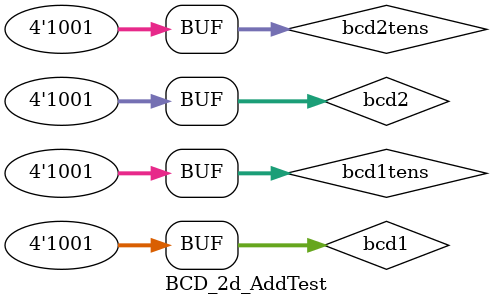
<source format=sv>

module BCD_2d_ADD(input [3:0]bcdAones,input [3:0]bcdAtens,input [3:0]bcdBones,input [3:0]bcdBtens, output logic [3:0] hundreds, output logic [3:0] tens,output logic [3:0]ones);

//wire [0:3]ones;
wire [0:3]tensCarry;
//wire [0:3]tensFinal;
//wire [0:3]hundreds;

BCD_Add onescarryten(bcdAones,bcdBones,0,tensCarry,ones);
BCD_Add tenscarryhundred(bcdAtens,bcdBtens,tensCarry[3],hundreds,tens);




endmodule 
module BCD_2d_AddTest();
reg [0:3]bcd1;
reg [0:3]bcd2;
reg [0:3]bcd1tens;
reg [0:3]bcd2tens;
reg [0:3]hundreds;
reg [0:3]tens;
reg [0:3]ones;

BCD_2d_ADD test(bcd1,bcd1tens,bcd2,bcd2tens,hundreds,tens,ones);
initial begin
for(int i=0;i<10;i++)
	begin
	bcd1=i;
	for(int j=0;j<10;j++)
		begin
		bcd2=j;
		for(int k=0;k<10;k++)
			begin
			bcd1tens=k;
			for(int l=0;l<10;l++)
			begin
			bcd2tens=l;#10;
			end
			end

		end
	end

end

endmodule 


</source>
